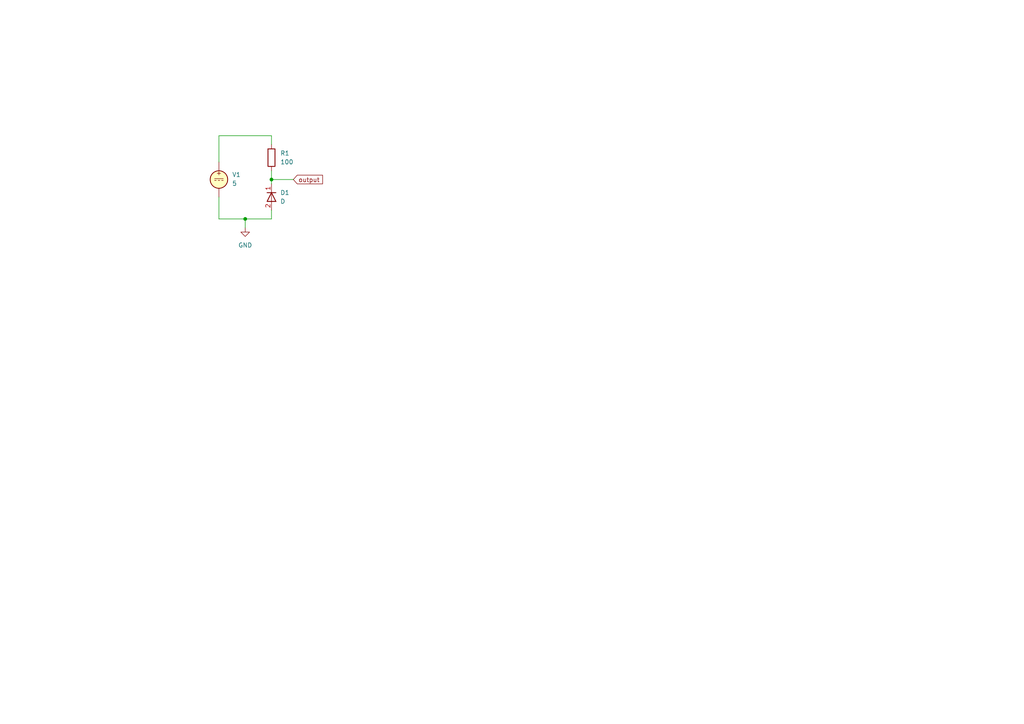
<source format=kicad_sch>
(kicad_sch (version 20231120) (generator "eeschema") (generator_version "8.0")
  (paper "A4")
  (lib_symbols
    (symbol "Device:R" (pin_numbers hide) (pin_names (offset 0))
      (property "Reference" "R" (at 2.032 0 90))
      (property "Value" "R" (at 0 0 90))
      (symbol "R_0_1"
        (rectangle (start -1.016 -2.54) (end 1.016 2.54) (stroke (width 0.254)))
      )
      (symbol "R_1_1"
        (pin passive line (at 0 3.81 270) (length 1.27) (name "~") (number "1"))
        (pin passive line (at 0 -3.81 90) (length 1.27) (name "~") (number "2"))
      )
    )
    (symbol "Simulation_SPICE:D" (pin_names (offset 1.016) hide)
      (property "Reference" "D" (at 0 2.54 0))
      (property "Value" "D" (at 0 -2.54 0))
      (symbol "D_0_1"
        (polyline (pts (xy -1.27 1.27) (xy -1.27 -1.27)) (stroke (width 0.254)))
        (polyline (pts (xy 1.27 0) (xy -1.27 0)))
        (polyline (pts (xy 1.27 1.27) (xy 1.27 -1.27) (xy -1.27 0) (xy 1.27 1.27)) (stroke (width 0.254)))
      )
      (symbol "D_1_1"
        (pin passive line (at -3.81 0 0) (length 2.54) (name "K") (number "1"))
        (pin passive line (at 3.81 0 180) (length 2.54) (name "A") (number "2"))
      )
    )
    (symbol "Simulation_SPICE:VDC" (pin_numbers hide) (pin_names (offset 0.0254))
      (property "Reference" "V" (at 2.54 2.54 0))
      (property "Value" "1" (at 2.54 0 0))
      (symbol "VDC_0_0"
        (polyline (pts (xy -1.27 0.254) (xy 1.27 0.254)))
        (polyline (pts (xy -0.762 -0.254) (xy -1.27 -0.254)))
        (polyline (pts (xy 0.254 -0.254) (xy -0.254 -0.254)))
        (polyline (pts (xy 1.27 -0.254) (xy 0.762 -0.254)))
        (text "+" (at 0 1.905 0) (effects (font (size 1.27 1.27))))
      )
      (symbol "VDC_0_1"
        (circle (center 0 0) (radius 2.54) (stroke (width 0.254)) (fill (type background)))
      )
      (symbol "VDC_1_1"
        (pin passive line (at 0 5.08 270) (length 2.54) (name "~") (number "1"))
        (pin passive line (at 0 -5.08 90) (length 2.54) (name "~") (number "2"))
      )
    )
    (symbol "power:GND" (power) (pin_numbers hide) (pin_names (offset 0) hide)
      (property "Value" "GND" (at 0 -3.81 0))
      (symbol "GND_0_1"
        (polyline (pts (xy 0 0) (xy 0 -1.27) (xy 1.27 -1.27) (xy 0 -2.54) (xy -1.27 -1.27) (xy 0 -1.27)))
      )
      (symbol "GND_1_1"
        (pin power_in line (at 0 0 270) (length 0) (name "~") (number "1"))
      )
    )
  )
  (junction (at 71.12 63.5))
  (junction (at 78.74 52.07))
  (wire (pts (xy 78.74 63.5) (xy 71.12 63.5)))
  (wire (pts (xy 78.74 49.53) (xy 78.74 52.07)))
  (wire (pts (xy 63.5 63.5) (xy 71.12 63.5)))
  (wire (pts (xy 63.5 46.99) (xy 63.5 39.37)))
  (wire (pts (xy 78.74 41.91) (xy 78.74 39.37)))
  (wire (pts (xy 63.5 57.15) (xy 63.5 63.5)))
  (wire (pts (xy 63.5 39.37) (xy 78.74 39.37)))
  (wire (pts (xy 78.74 52.07) (xy 85.09 52.07)))
  (wire (pts (xy 78.74 52.07) (xy 78.74 53.34)))
  (wire (pts (xy 78.74 63.5) (xy 78.74 60.96)))
  (wire (pts (xy 71.12 63.5) (xy 71.12 66.04)))
  (global_label "output" (shape input) (at 85.09 52.07 0) (property "Intersheetrefs" "${INTERSHEET_REFS}" (effects (hide yes))))
  (symbol (lib_id "Device:R") (at 78.74 45.72 180) (unit 1)
    (property "Reference" "R1" (at 81.28 44.4499 0) (effects (justify right)))
    (property "Value" "100" (at 81.28 46.9899 0) (effects (justify right)))
    (property "Description" "Resistor" (effects (hide yes)))
  )
  (symbol (lib_id "Simulation_SPICE:D") (at 78.74 57.15 270) (unit 1)
    (property "Reference" "D1" (at 81.28 55.8799 90) (effects (justify left)))
    (property "Value" "D" (at 81.28 58.4199 90) (effects (justify left)))
    (property "Datasheet" "https://ngspice.sourceforge.io/docs/ngspice-html-manual/manual.xhtml#cha_DIODEs" (effects (hide yes)))
    (property "Description" "Diode for simulation or PCB" (effects (hide yes)))
    (property "Sim.Device" "D" (effects (hide yes)))
    (property "Sim.Pins" "1=K 2=A" (effects (hide yes)))
    (property "Sim.Params" "rs=50m cjo=10p" (effects (hide yes)))
  )
  (symbol (lib_id "Simulation_SPICE:VDC") (at 63.5 52.07 0) (unit 1)
    (property "Reference" "V1" (at 67.31 50.6701 0) (effects (justify left)))
    (property "Value" "5" (at 67.31 53.2101 0) (effects (justify left)))
    (property "Datasheet" "https://ngspice.sourceforge.io/docs/ngspice-html-manual/manual.xhtml#sec_Independent_Sources_for" (effects (hide yes)))
    (property "Description" "Voltage source, DC" (effects (hide yes)))
    (property "Sim.Pins" "1=+ 2=-" (effects (hide yes)))
    (property "Sim.Type" "DC" (effects (hide yes)))
    (property "Sim.Device" "V" (effects (hide yes)))
  )
  (symbol (lib_id "power:GND") (at 71.12 66.04 0) (unit 1)
    (property "Reference" "#PWR01" (effects (hide yes)))
    (property "Value" "GND" (at 71.12 71.12 0))
    (property "Description" "Power symbol creates a global label with name \"GND\" , ground" (effects (hide yes)))
  )
)
</source>
